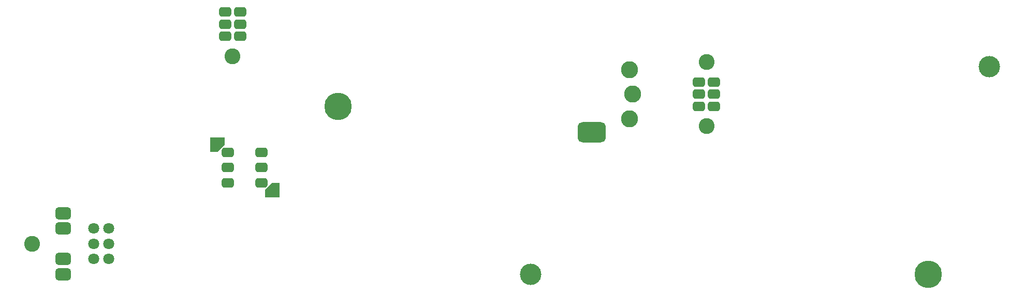
<source format=gts>
G04 #@! TF.GenerationSoftware,KiCad,Pcbnew,(6.0.10)*
G04 #@! TF.CreationDate,2024-06-10T21:48:35+09:00*
G04 #@! TF.ProjectId,icb33h_pwb_rev2,69636233-3368-45f7-9077-625f72657632,rev?*
G04 #@! TF.SameCoordinates,Original*
G04 #@! TF.FileFunction,Soldermask,Top*
G04 #@! TF.FilePolarity,Negative*
%FSLAX46Y46*%
G04 Gerber Fmt 4.6, Leading zero omitted, Abs format (unit mm)*
G04 Created by KiCad (PCBNEW (6.0.10)) date 2024-06-10 21:48:35*
%MOMM*%
%LPD*%
G01*
G04 APERTURE LIST*
G04 Aperture macros list*
%AMRoundRect*
0 Rectangle with rounded corners*
0 $1 Rounding radius*
0 $2 $3 $4 $5 $6 $7 $8 $9 X,Y pos of 4 corners*
0 Add a 4 corners polygon primitive as box body*
4,1,4,$2,$3,$4,$5,$6,$7,$8,$9,$2,$3,0*
0 Add four circle primitives for the rounded corners*
1,1,$1+$1,$2,$3*
1,1,$1+$1,$4,$5*
1,1,$1+$1,$6,$7*
1,1,$1+$1,$8,$9*
0 Add four rect primitives between the rounded corners*
20,1,$1+$1,$2,$3,$4,$5,0*
20,1,$1+$1,$4,$5,$6,$7,0*
20,1,$1+$1,$6,$7,$8,$9,0*
20,1,$1+$1,$8,$9,$2,$3,0*%
%AMFreePoly0*
4,1,19,0.058779,1.180902,0.070711,1.170711,1.170711,0.070711,1.198769,0.015643,1.200000,0.000000,1.200000,-1.100000,1.180902,-1.158779,1.130902,-1.195106,1.100000,-1.200000,-1.100000,-1.200000,-1.158779,-1.180902,-1.195106,-1.130902,-1.200000,-1.100000,-1.200000,1.100000,-1.180902,1.158779,-1.130902,1.195106,-1.100000,1.200000,0.000000,1.200000,0.058779,1.180902,0.058779,1.180902,
$1*%
%AMFreePoly1*
4,1,19,1.158779,1.180902,1.195106,1.130902,1.200000,1.100000,1.200000,-1.100000,1.180902,-1.158779,1.130902,-1.195106,1.100000,-1.200000,0.000000,-1.200000,-0.058779,-1.180902,-0.070711,-1.170711,-1.170711,-0.070711,-1.198769,-0.015643,-1.200000,0.000000,-1.200000,1.100000,-1.180902,1.158779,-1.130902,1.195106,-1.100000,1.200000,1.100000,1.200000,1.158779,1.180902,1.158779,1.180902,
$1*%
G04 Aperture macros list end*
%ADD10C,4.500000*%
%ADD11C,2.800000*%
%ADD12RoundRect,0.900000X-1.400000X0.800000X-1.400000X-0.800000X1.400000X-0.800000X1.400000X0.800000X0*%
%ADD13RoundRect,0.450000X0.550000X-0.350000X0.550000X0.350000X-0.550000X0.350000X-0.550000X-0.350000X0*%
%ADD14C,2.600000*%
%ADD15C,3.500000*%
%ADD16RoundRect,0.450000X-0.550000X0.350000X-0.550000X-0.350000X0.550000X-0.350000X0.550000X0.350000X0*%
%ADD17FreePoly0,270.000000*%
%ADD18FreePoly1,270.000000*%
%ADD19C,1.800000*%
%ADD20RoundRect,0.550000X-0.750000X0.450000X-0.750000X-0.450000X0.750000X-0.450000X0.750000X0.450000X0*%
G04 APERTURE END LIST*
D10*
X105500000Y-76000000D03*
X202000000Y-103500000D03*
D11*
X153200000Y-70000000D03*
X153700000Y-74000000D03*
X153200000Y-78000000D03*
D12*
X146950000Y-80250000D03*
D13*
X87000000Y-64500000D03*
X87000000Y-62500000D03*
X87000000Y-60500000D03*
X89500000Y-64500000D03*
X89500000Y-62500000D03*
X89500000Y-60500000D03*
D14*
X88250000Y-67750000D03*
D15*
X212000000Y-69500000D03*
D16*
X87500000Y-83500000D03*
X87500000Y-86000000D03*
X87500000Y-88500000D03*
X93000000Y-83500000D03*
X93000000Y-86000000D03*
X93000000Y-88500000D03*
D17*
X85750000Y-82250000D03*
D18*
X94750000Y-89750000D03*
D15*
X137000000Y-103500000D03*
D16*
X167000000Y-72000000D03*
X167000000Y-74000000D03*
X167000000Y-76000000D03*
X164500000Y-72000000D03*
X164500000Y-74000000D03*
X164500000Y-76000000D03*
D14*
X165750000Y-68750000D03*
X165750000Y-79250000D03*
D19*
X65500000Y-96000000D03*
X65500000Y-98500000D03*
X65500000Y-101000000D03*
X68000000Y-96000000D03*
X68000000Y-98500000D03*
X68000000Y-101000000D03*
D20*
X60500000Y-93500000D03*
X60500000Y-96000000D03*
X60500000Y-101000000D03*
X60500000Y-103500000D03*
D14*
X55500000Y-98500000D03*
M02*

</source>
